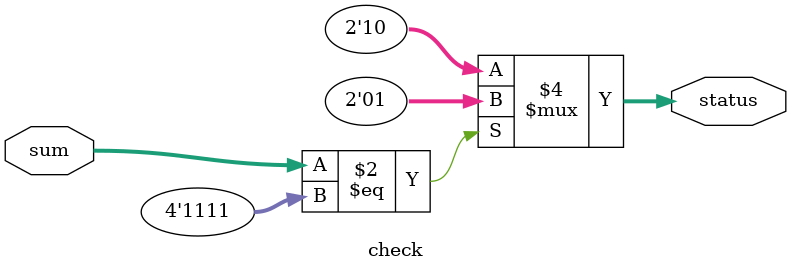
<source format=v>

module check(
    //inputs
    sum,
    //outputs
    status);

    input [3:0] sum;
    // status[0] for green LED, status[1] for red
    output [1:0] status;
    reg [1:0] status;

    always @(sum)
    begin
        if( sum == 4'hf )
        begin
            status = 2'b01;
        end
        else
        begin
            status = 2'b10;
        end
    end
endmodule

</source>
